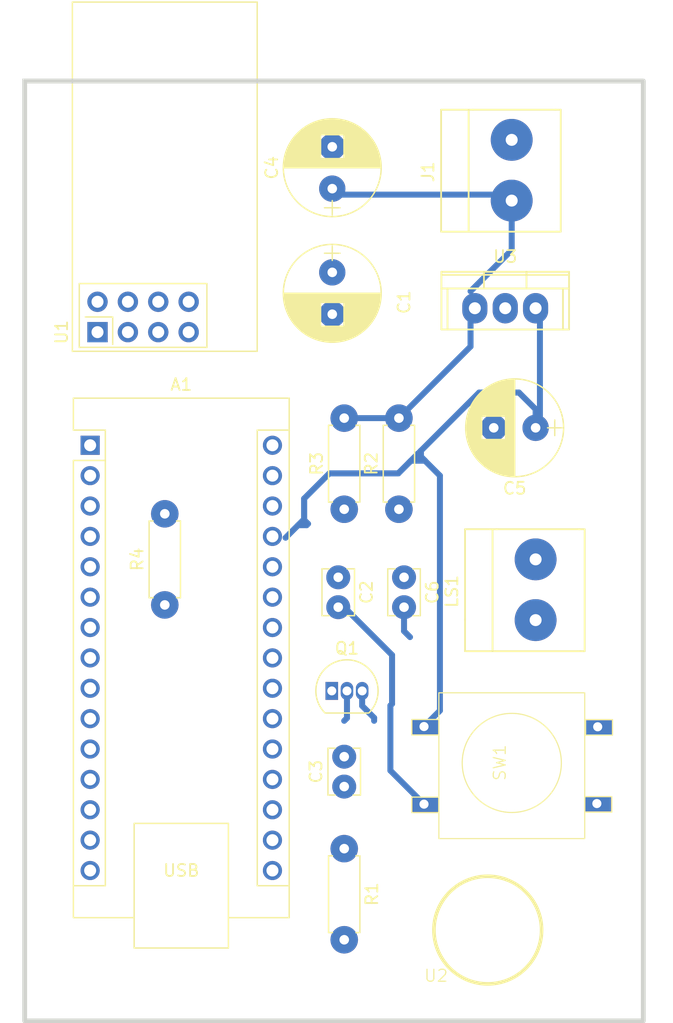
<source format=kicad_pcb>
(kicad_pcb (version 20221018) (generator pcbnew)
  (layers (0 "F.Cu" signal) (31 "B.Cu" signal) (34 "B.Paste" user) (35 "F.Paste" user) (36 "B.SilkS" user "B.Silkscreen") (37 "F.SilkS" user "F.Silkscreen") (38 "B.Mask" user) (39 "F.Mask" user) (44 "Edge.Cuts" user))
  (net 0 "")
  (net 4 "GND")
  (net 5 "/IRQ")
  (net 6 "/D3")
  (net 10 "/CE")
  (net 11 "/CSN")
  (net 12 "Net-(A1-D9)")
  (net 13 "Net-(A1-D10)")
  (net 14 "/MOSI")
  (net 15 "/MISO")
  (net 16 "/SCK")
  (net 17 "+3V3")
  (net 19 "/A0")
  (net 27 "+5V")
  (net 30 "Net-(U2-Pin_1)")
  (net 31 "Net-(Q1-B)")
  (net 32 "Net-(Q1-C)")
  (net 33 "+9V")
  (footprint "modFilesUpdated:Connector_Bornier_2" (layer "F.Cu") (at 172 54 90)
    (fp_text reference "J1" (at 2.4 -7 90) (layer "F.SilkS"))
    (fp_text value "Conn_01x02")
    (pad "1" thru_hole circle (at 0 0 90) (size 3.5 3.5) (drill 1) (layers "*.Cu" "*.Mask") (net 33 "+9V"))
    (pad "2" thru_hole circle (at 5.08 0 90) (size 3.5 3.5) (drill 1) (layers "*.Cu" "*.Mask") (net 4 "GND"))
  )
  (footprint "modFilesUpdated:Voltage_Regulators" (layer "F.Cu") (at 171.46 63)
    (fp_text reference "U3" (at 0 -4.318) (layer "F.SilkS"))
    (fp_text value "L7805")
    (pad "1" thru_hole oval (at -2.54 0) (size 2.1 2.54) (drill 1) (layers "*.Cu" "*.Mask") (net 33 "+9V"))
    (pad "2" thru_hole oval (at 0 0) (size 2.1 2.54) (drill 1) (layers "*.Cu" "*.Mask") (net 4 "GND"))
    (pad "3" thru_hole oval (at 2.54 0) (size 2.1 2.54) (drill 1) (layers "*.Cu" "*.Mask") (net 27 "+5V"))
  )
  (footprint "modFilesUpdated:mic" (layer "F.Cu") (at 165.682 119.318)
    (fp_text reference "U2" (at 0 -0.5 unlocked) (layer "F.SilkS") (effects (font (thickness 0.1))))
    (fp_text value "MicroPhone")
  )
  (footprint "modFilesUpdated:Resistor_small" (layer "F.Cu") (at 162.572 79.81 90)
    (fp_text reference "R2" (at 3.81 -2.31 90) (layer "F.SilkS"))
    (fp_text value "10K")
    (pad "1" thru_hole circle (at 0 0 90) (size 2.3 2.3) (drill 0.8) (layers "*.Cu" "*.Mask") (net 32 "Net-(Q1-C)"))
    (pad "2" thru_hole circle (at 7.62 0 90) (size 2.3 2.3) (drill 0.8) (layers "*.Cu" "*.Mask") (net 33 "+9V"))
  )
  (footprint "modFilesUpdated:Capacitor_Disc_Small" (layer "F.Cu") (at 157.5 85.5 -90)
    (fp_text reference "C2" (at 1.25 -2.36 90) (layer "F.SilkS"))
    (fp_text value "0.1u(104)")
    (pad "1" thru_hole circle (at 0 0 270) (size 2 2) (drill 0.8) (layers "*.Cu" "*.Mask") (net 30 "Net-(U2-Pin_1)"))
    (pad "2" thru_hole circle (at 2.5 0 270) (size 2 2) (drill 0.8) (layers "*.Cu" "*.Mask") (net 31 "Net-(Q1-B)"))
  )
  (footprint "RF_Module:nRF24L01_Breakout" (layer "F.Cu") (at 137.375 65 90)
    (fp_text reference "U1" (at 0 -3 90) (layer "F.SilkS"))
    (fp_text value "NRF24L01_Breakout")
    (pad "1" thru_hole rect (at 0 0 90) (size 1.7 1.7) (drill 1) (layers "*.Cu" "*.Mask") (net 4 "GND"))
    (pad "2" thru_hole circle (at 2.54 0 90) (size 1.7 1.7) (drill 1) (layers "*.Cu" "*.Mask") (net 17 "+3V3"))
    (pad "3" thru_hole circle (at 0 2.54 90) (size 1.7 1.7) (drill 1) (layers "*.Cu" "*.Mask") (net 10 "/CE"))
    (pad "4" thru_hole circle (at 2.54 2.54 90) (size 1.7 1.7) (drill 1) (layers "*.Cu" "*.Mask") (net 11 "/CSN"))
    (pad "5" thru_hole circle (at 0 5.08 90) (size 1.7 1.7) (drill 1) (layers "*.Cu" "*.Mask") (net 16 "/SCK"))
    (pad "6" thru_hole circle (at 2.54 5.08 90) (size 1.7 1.7) (drill 1) (layers "*.Cu" "*.Mask") (net 14 "/MOSI"))
    (pad "7" thru_hole circle (at 0 7.62 90) (size 1.7 1.7) (drill 1) (layers "*.Cu" "*.Mask") (net 15 "/MISO"))
    (pad "8" thru_hole circle (at 2.54 7.62 90) (size 1.7 1.7) (drill 1) (layers "*.Cu" "*.Mask") (net 5 "/IRQ"))
  )
  (footprint "modFilesUpdated:Capacitor_100uF" (layer "F.Cu") (at 174 73 180)
    (fp_text reference "C5" (at 1.75 -5.06) (layer "F.SilkS"))
    (fp_text value "100uF")
    (pad "1" thru_hole circle (at 0 0 180) (size 2.2 2.2) (drill 0.8) (layers "*.Cu" "*.Mask") (net 27 "+5V"))
    (pad "2" thru_hole circle (at 3.5 0 180) (size 2.2 2.2) (drill 0.8) (layers "*.Cu" "*.Mask") (net 4 "GND"))
  )
  (footprint "modFilesUpdated:Capacitor_100uF" (layer "F.Cu") (at 157 53 90)
    (fp_text reference "C4" (at 1.75 -5.06 90) (layer "F.SilkS"))
    (fp_text value "100uF")
    (pad "1" thru_hole circle (at 0 0 90) (size 2.2 2.2) (drill 0.8) (layers "*.Cu" "*.Mask") (net 33 "+9V"))
    (pad "2" thru_hole circle (at 3.5 0 90) (size 2.2 2.2) (drill 0.8) (layers "*.Cu" "*.Mask") (net 4 "GND"))
  )
  (footprint "modFilesUpdated:Resistor_small" (layer "F.Cu") (at 158 108.19 -90)
    (fp_text reference "R1" (at 3.81 -2.31 90) (layer "F.SilkS"))
    (fp_text value "100K")
    (pad "1" thru_hole circle (at 0 0 270) (size 2.3 2.3) (drill 0.8) (layers "*.Cu" "*.Mask") (net 31 "Net-(Q1-B)"))
    (pad "2" thru_hole circle (at 7.62 0 270) (size 2.3 2.3) (drill 0.8) (layers "*.Cu" "*.Mask") (net 32 "Net-(Q1-C)"))
  )
  (footprint "Package_TO_SOT_THT:TO-92_Inline" (layer "F.Cu") (at 156.96 95)
    (fp_text reference "Q1" (at 1.27 -3.56) (layer "F.SilkS"))
    (fp_text value "2N3904")
    (pad "1" thru_hole rect (at 0 0) (size 1.05 1.5) (drill 0.75) (layers "*.Cu" "*.Mask") (net 4 "GND"))
    (pad "2" thru_hole oval (at 1.27 0) (size 1.05 1.5) (drill 0.75) (layers "*.Cu" "*.Mask") (net 31 "Net-(Q1-B)"))
    (pad "3" thru_hole oval (at 2.54 0) (size 1.05 1.5) (drill 0.75) (layers "*.Cu" "*.Mask") (net 32 "Net-(Q1-C)"))
  )
  (footprint "modFilesUpdated:Resistor_small" (layer "F.Cu") (at 158 79.81 90)
    (fp_text reference "R3" (at 3.81 -2.31 90) (layer "F.SilkS"))
    (fp_text value "10K")
    (pad "1" thru_hole circle (at 0 0 90) (size 2.3 2.3) (drill 0.8) (layers "*.Cu" "*.Mask") (net 30 "Net-(U2-Pin_1)"))
    (pad "2" thru_hole circle (at 7.62 0 90) (size 2.3 2.3) (drill 0.8) (layers "*.Cu" "*.Mask") (net 33 "+9V"))
  )
  (footprint "modFilesUpdated:Capacitor_Disc_Small" (layer "F.Cu") (at 163 85.5 -90)
    (fp_text reference "C6" (at 1.25 -2.36 90) (layer "F.SilkS"))
    (fp_text value "100nF")
    (pad "1" thru_hole circle (at 0 0 270) (size 2 2) (drill 0.8) (layers "*.Cu" "*.Mask") (net 27 "+5V"))
    (pad "2" thru_hole circle (at 2.5 0 270) (size 2 2) (drill 0.8) (layers "*.Cu" "*.Mask") (net 6 "/D3"))
  )
  (footprint "modFilesUpdated:Capacitor_100uF" (layer "F.Cu") (at 157 60 -90)
    (fp_text reference "C1" (at 2.5 -6 90) (layer "F.SilkS"))
    (fp_text value "100uF")
    (pad "1" thru_hole circle (at 0 0 270) (size 2.2 2.2) (drill 0.8) (layers "*.Cu" "*.Mask") (net 17 "+3V3"))
    (pad "2" thru_hole circle (at 3.5 0 270) (size 2.2 2.2) (drill 0.8) (layers "*.Cu" "*.Mask") (net 4 "GND"))
  )
  (footprint "modFilesUpdated:tactile_push_button" (layer "F.Cu") (at 171.5 101 90)
    (fp_text reference "SW1" (at 0 -0.5 90 unlocked) (layer "F.SilkS") (effects (font (thickness 0.1))))
    (fp_text value "SW_Push_Dual")
    (pad "1" thru_hole rect (at -3.47 -6.83 90) (size 1.19 2.14) (drill 0.762 (offset -0.055 0.11)) (layers "*.Cu" "*.Mask") (net 6 "/D3"))
    (pad "1" thru_hole rect (at -3.42 7.62 90) (size 1.19 2.14) (drill 0.762 (offset -0.055 0.11)) (layers "*.Cu" "*.Mask"))
    (pad "1" thru_hole rect (at 3 7.69 90) (size 1.19 2.14) (drill 0.762 (offset -0.055 0.11)) (layers "*.Cu" "*.Mask"))
    (pad "1" thru_hole rect (at 3.02 -6.83 90) (size 1.19 2.14) (drill 0.762 (offset -0.055 0.11)) (layers "*.Cu" "*.Mask") (net 27 "+5V"))
  )
  (footprint "modFilesUpdated:Connector_Bornier_2" (layer "F.Cu") (at 174 89.08 90)
    (fp_text reference "LS1" (at 2.4 -7 90) (layer "F.SilkS"))
    (fp_text value "Speaker")
    (pad "1" thru_hole circle (at 0 0 90) (size 3.5 3.5) (drill 1) (layers "*.Cu" "*.Mask") (net 13 "Net-(A1-D10)"))
    (pad "2" thru_hole circle (at 5.08 0 90) (size 3.5 3.5) (drill 1) (layers "*.Cu" "*.Mask") (net 12 "Net-(A1-D9)"))
  )
  (footprint "modFilesUpdated:Capacitor_Disc_Small" (layer "F.Cu") (at 158 103 90)
    (fp_text reference "C3" (at 1.25 -2.36 90) (layer "F.SilkS"))
    (fp_text value "0.1u(104)")
    (pad "1" thru_hole circle (at 0 0 90) (size 2 2) (drill 0.8) (layers "*.Cu" "*.Mask") (net 32 "Net-(Q1-C)"))
    (pad "2" thru_hole circle (at 2.5 0 90) (size 2 2) (drill 0.8) (layers "*.Cu" "*.Mask") (net 19 "/A0"))
  )
  (footprint "Module:Arduino_Nano" (layer "F.Cu") (at 136.76 74.46)
    (fp_text reference "A1" (at 7.62 -5.08) (layer "F.SilkS"))
    (fp_text value "Arduino_Nano_Every")
    (fp_text user "USB" (at 7.62 35.56 unlocked) (layer "F.SilkS"))
    (pad "1" thru_hole rect (at 0 0) (size 1.6 1.6) (drill 1) (layers "*.Cu" "*.Mask"))
    (pad "2" thru_hole oval (at 0 2.54) (size 1.6 1.6) (drill 1) (layers "*.Cu" "*.Mask"))
    (pad "3" thru_hole oval (at 0 5.08) (size 1.6 1.6) (drill 1) (layers "*.Cu" "*.Mask"))
    (pad "4" thru_hole oval (at 0 7.62) (size 1.6 1.6) (drill 1) (layers "*.Cu" "*.Mask") (net 4 "GND"))
    (pad "5" thru_hole oval (at 0 10.16) (size 1.6 1.6) (drill 1) (layers "*.Cu" "*.Mask") (net 5 "/IRQ"))
    (pad "6" thru_hole oval (at 0 12.7) (size 1.6 1.6) (drill 1) (layers "*.Cu" "*.Mask") (net 6 "/D3"))
    (pad "7" thru_hole oval (at 0 15.24) (size 1.6 1.6) (drill 1) (layers "*.Cu" "*.Mask"))
    (pad "8" thru_hole oval (at 0 17.78) (size 1.6 1.6) (drill 1) (layers "*.Cu" "*.Mask"))
    (pad "9" thru_hole oval (at 0 20.32) (size 1.6 1.6) (drill 1) (layers "*.Cu" "*.Mask"))
    (pad "10" thru_hole oval (at 0 22.86) (size 1.6 1.6) (drill 1) (layers "*.Cu" "*.Mask") (net 10 "/CE"))
    (pad "11" thru_hole oval (at 0 25.4) (size 1.6 1.6) (drill 1) (layers "*.Cu" "*.Mask") (net 11 "/CSN"))
    (pad "12" thru_hole oval (at 0 27.94) (size 1.6 1.6) (drill 1) (layers "*.Cu" "*.Mask") (net 12 "Net-(A1-D9)"))
    (pad "13" thru_hole oval (at 0 30.48) (size 1.6 1.6) (drill 1) (layers "*.Cu" "*.Mask") (net 13 "Net-(A1-D10)"))
    (pad "14" thru_hole oval (at 0 33.02) (size 1.6 1.6) (drill 1) (layers "*.Cu" "*.Mask") (net 14 "/MOSI"))
    (pad "15" thru_hole oval (at 0 35.56) (size 1.6 1.6) (drill 1) (layers "*.Cu" "*.Mask") (net 15 "/MISO"))
    (pad "16" thru_hole oval (at 15.24 35.56) (size 1.6 1.6) (drill 1) (layers "*.Cu" "*.Mask") (net 16 "/SCK"))
    (pad "17" thru_hole oval (at 15.24 33.02) (size 1.6 1.6) (drill 1) (layers "*.Cu" "*.Mask") (net 17 "+3V3"))
    (pad "18" thru_hole oval (at 15.24 30.48) (size 1.6 1.6) (drill 1) (layers "*.Cu" "*.Mask"))
    (pad "19" thru_hole oval (at 15.24 27.94) (size 1.6 1.6) (drill 1) (layers "*.Cu" "*.Mask") (net 19 "/A0"))
    (pad "20" thru_hole oval (at 15.24 25.4) (size 1.6 1.6) (drill 1) (layers "*.Cu" "*.Mask"))
    (pad "21" thru_hole oval (at 15.24 22.86) (size 1.6 1.6) (drill 1) (layers "*.Cu" "*.Mask"))
    (pad "22" thru_hole oval (at 15.24 20.32) (size 1.6 1.6) (drill 1) (layers "*.Cu" "*.Mask"))
    (pad "23" thru_hole oval (at 15.24 17.78) (size 1.6 1.6) (drill 1) (layers "*.Cu" "*.Mask"))
    (pad "24" thru_hole oval (at 15.24 15.24) (size 1.6 1.6) (drill 1) (layers "*.Cu" "*.Mask"))
    (pad "25" thru_hole oval (at 15.24 12.7) (size 1.6 1.6) (drill 1) (layers "*.Cu" "*.Mask"))
    (pad "26" thru_hole oval (at 15.24 10.16) (size 1.6 1.6) (drill 1) (layers "*.Cu" "*.Mask"))
    (pad "27" thru_hole oval (at 15.24 7.62) (size 1.6 1.6) (drill 1) (layers "*.Cu" "*.Mask") (net 27 "+5V"))
    (pad "28" thru_hole oval (at 15.24 5.08) (size 1.6 1.6) (drill 1) (layers "*.Cu" "*.Mask"))
    (pad "29" thru_hole oval (at 15.24 2.54) (size 1.6 1.6) (drill 1) (layers "*.Cu" "*.Mask") (net 4 "GND"))
    (pad "30" thru_hole oval (at 15.24 0) (size 1.6 1.6) (drill 1) (layers "*.Cu" "*.Mask"))
  )
  (footprint "modFilesUpdated:Resistor_small" (layer "F.Cu") (at 143 87.81 90)
    (fp_text reference "R4" (at 3.81 -2.31 90) (layer "F.SilkS"))
    (fp_text value "10K")
    (pad "1" thru_hole circle (at 0 0 90) (size 2.3 2.3) (drill 0.8) (layers "*.Cu" "*.Mask") (net 6 "/D3"))
    (pad "2" thru_hole circle (at 7.62 0 90) (size 2.3 2.3) (drill 0.8) (layers "*.Cu" "*.Mask") (net 4 "GND"))
  )
  (gr_rect (start 131.288 44) (end 183 122.596) (stroke (width 0.4)) (fill none) (layer "Edge.Cuts"))
  (segment (start 162 96.083757) (end 162 92) (width 0.5) (layer "B.Cu") (net 6))
  (segment (start 161.86 101.66) (end 161.86 96.223757) (width 0.5) (layer "B.Cu") (net 6))
  (segment (start 161.86 96.223757) (end 162 96.083757) (width 0.5) (layer "B.Cu") (net 6))
  (segment (start 163 90) (end 163.5 90.5) (width 0.5) (layer "B.Cu") (net 6))
  (segment (start 158.35 88.35) (end 158 88.35) (width 0.5) (layer "B.Cu") (net 6))
  (segment (start 164.67 104.47) (end 161.86 101.66) (width 0.5) (layer "B.Cu") (net 6))
  (segment (start 163 88) (end 163 90) (width 0.5) (layer "B.Cu") (net 6))
  (segment (start 162 92) (end 158.35 88.35) (width 0.5) (layer "B.Cu") (net 6))
  (segment (start 169.278069 70.05) (end 164.414035 74.914035) (width 0.5) (layer "B.Cu") (net 27))
  (segment (start 174 73) (end 174 71.444366) (width 0.5) (layer "B.Cu") (net 27))
  (segment (start 156.757359 76.81) (end 154.65 78.917359) (width 0.5) (layer "B.Cu") (net 27))
  (segment (start 154.65 80.637666) (end 154.143833 81.143833) (width 0.5) (layer "B.Cu") (net 27))
  (segment (start 164.164035 75.164035) (end 162.51807 76.81) (width 0.5) (layer "B.Cu") (net 27))
  (segment (start 164.414035 74.914035) (end 164.164035 75.164035) (width 0.5) (layer "B.Cu") (net 27))
  (segment (start 154.65 78.917359) (end 154.65 80.702641) (width 0.5) (layer "B.Cu") (net 27))
  (segment (start 154.856167 81.143833) (end 154.973679 81.026321) (width 0.5) (layer "B.Cu") (net 27))
  (segment (start 163.57807 75.75) (end 164.75 75.75) (width 0.5) (layer "B.Cu") (net 27))
  (segment (start 162.518069 76.81) (end 156.757359 76.81) (width 0.5) (layer "B.Cu") (net 27))
  (segment (start 174 73) (end 174.36 72.64) (width 0.5) (layer "B.Cu") (net 27))
  (segment (start 163.414035 75.914035) (end 162.518069 76.81) (width 0.5) (layer "B.Cu") (net 27))
  (segment (start 164.414035 74.914035) (end 164.414035 75.414035) (width 0.5) (layer "B.Cu") (net 27))
  (segment (start 174.36 72.64) (end 174.36 63) (width 0.5) (layer "B.Cu") (net 27))
  (segment (start 154.65 80.702641) (end 154.973679 81.026321) (width 0.5) (layer "B.Cu") (net 27))
  (segment (start 164.67 97.98) (end 166 96.65) (width 0.5) (layer "B.Cu") (net 27))
  (segment (start 174 71.444366) (end 172.605634 70.05) (width 0.5) (layer "B.Cu") (net 27))
  (segment (start 154.143833 81.143833) (end 153.097666 82.19) (width 0.5) (layer "B.Cu") (net 27))
  (segment (start 163.414035 75.914035) (end 163.57807 75.75) (width 0.5) (layer "B.Cu") (net 27))
  (segment (start 154.65 78.917359) (end 154.65 80.637666) (width 0.5) (layer "B.Cu") (net 27))
  (segment (start 162.51807 76.81) (end 156.757359 76.81) (width 0.5) (layer "B.Cu") (net 27))
  (segment (start 164.164035 75.164035) (end 163.414035 75.914035) (width 0.5) (layer "B.Cu") (net 27))
  (segment (start 164.414035 75.414035) (end 164.75 75.75) (width 0.5) (layer "B.Cu") (net 27))
  (segment (start 166 96.65) (end 166 77) (width 0.5) (layer "B.Cu") (net 27))
  (segment (start 172.605634 70.05) (end 169.278069 70.05) (width 0.5) (layer "B.Cu") (net 27))
  (segment (start 163 84.81) (end 163 85.15) (width 0.5) (layer "B.Cu") (net 27))
  (segment (start 154.143833 81.143833) (end 154.856167 81.143833) (width 0.5) (layer "B.Cu") (net 27))
  (segment (start 166 77) (end 164.75 75.75) (width 0.5) (layer "B.Cu") (net 27))
  (segment (start 164.75 75.75) (end 164.164035 75.164035) (width 0.5) (layer "B.Cu") (net 27))
  (segment (start 158.23 97.27) (end 158 97.5) (width 0.5) (layer "B.Cu") (net 31))
  (segment (start 158.23 95) (end 158.23 97.27) (width 0.5) (layer "B.Cu") (net 31))
  (segment (start 159.5 96.25) (end 160.5 97.25) (width 0.5) (layer "B.Cu") (net 32))
  (segment (start 160.5 97.25) (end 160.5 97.5) (width 0.5) (layer "B.Cu") (net 32))
  (segment (start 159.5 95) (end 159.5 96.25) (width 0.5) (layer "B.Cu") (net 32))
  (segment (start 168.56 66.202) (end 168.56 63) (width 0.5) (layer "B.Cu") (net 33))
  (segment (start 157.5 53.5) (end 157 53) (width 0.5) (layer "B.Cu") (net 33))
  (segment (start 172 54) (end 172 58.138781) (width 0.5) (layer "B.Cu") (net 33))
  (segment (start 172 54) (end 171.5 53.5) (width 0.5) (layer "B.Cu") (net 33))
  (segment (start 172 58.138781) (end 168.56 61.578781) (width 0.5) (layer "B.Cu") (net 33))
  (segment (start 162.572 72.19) (end 168.56 66.202) (width 0.5) (layer "B.Cu") (net 33))
  (segment (start 171.5 53.5) (end 157.5 53.5) (width 0.5) (layer "B.Cu") (net 33))
  (segment (start 158 72.19) (end 162.572 72.19) (width 0.5) (layer "B.Cu") (net 33))
)
</source>
